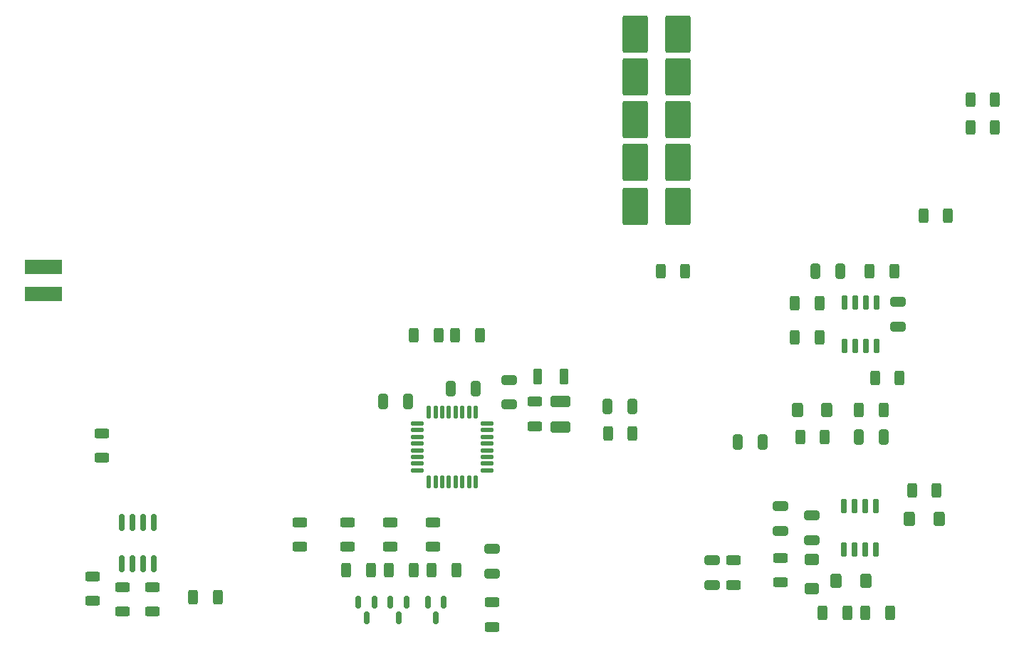
<source format=gbp>
G04 #@! TF.GenerationSoftware,KiCad,Pcbnew,7.0.2*
G04 #@! TF.CreationDate,2023-07-17T11:38:03+02:00*
G04 #@! TF.ProjectId,Module_2,4d6f6475-6c65-45f3-922e-6b696361645f,rev?*
G04 #@! TF.SameCoordinates,Original*
G04 #@! TF.FileFunction,Paste,Bot*
G04 #@! TF.FilePolarity,Positive*
%FSLAX46Y46*%
G04 Gerber Fmt 4.6, Leading zero omitted, Abs format (unit mm)*
G04 Created by KiCad (PCBNEW 7.0.2) date 2023-07-17 11:38:03*
%MOMM*%
%LPD*%
G01*
G04 APERTURE LIST*
G04 Aperture macros list*
%AMRoundRect*
0 Rectangle with rounded corners*
0 $1 Rounding radius*
0 $2 $3 $4 $5 $6 $7 $8 $9 X,Y pos of 4 corners*
0 Add a 4 corners polygon primitive as box body*
4,1,4,$2,$3,$4,$5,$6,$7,$8,$9,$2,$3,0*
0 Add four circle primitives for the rounded corners*
1,1,$1+$1,$2,$3*
1,1,$1+$1,$4,$5*
1,1,$1+$1,$6,$7*
1,1,$1+$1,$8,$9*
0 Add four rect primitives between the rounded corners*
20,1,$1+$1,$2,$3,$4,$5,0*
20,1,$1+$1,$4,$5,$6,$7,0*
20,1,$1+$1,$6,$7,$8,$9,0*
20,1,$1+$1,$8,$9,$2,$3,0*%
G04 Aperture macros list end*
%ADD10RoundRect,0.250000X-0.312500X-0.625000X0.312500X-0.625000X0.312500X0.625000X-0.312500X0.625000X0*%
%ADD11RoundRect,0.150000X-0.150000X0.587500X-0.150000X-0.587500X0.150000X-0.587500X0.150000X0.587500X0*%
%ADD12RoundRect,0.250001X-1.262499X-1.974999X1.262499X-1.974999X1.262499X1.974999X-1.262499X1.974999X0*%
%ADD13R,4.500000X1.750000*%
%ADD14RoundRect,0.250000X0.325000X0.650000X-0.325000X0.650000X-0.325000X-0.650000X0.325000X-0.650000X0*%
%ADD15RoundRect,0.250000X-0.625000X0.312500X-0.625000X-0.312500X0.625000X-0.312500X0.625000X0.312500X0*%
%ADD16RoundRect,0.250000X-0.400000X-0.600000X0.400000X-0.600000X0.400000X0.600000X-0.400000X0.600000X0*%
%ADD17RoundRect,0.250000X0.650000X-0.325000X0.650000X0.325000X-0.650000X0.325000X-0.650000X-0.325000X0*%
%ADD18RoundRect,0.250000X-0.650000X0.325000X-0.650000X-0.325000X0.650000X-0.325000X0.650000X0.325000X0*%
%ADD19RoundRect,0.250000X-0.325000X-0.650000X0.325000X-0.650000X0.325000X0.650000X-0.325000X0.650000X0*%
%ADD20RoundRect,0.250000X0.275000X0.700000X-0.275000X0.700000X-0.275000X-0.700000X0.275000X-0.700000X0*%
%ADD21RoundRect,0.250000X0.312500X0.625000X-0.312500X0.625000X-0.312500X-0.625000X0.312500X-0.625000X0*%
%ADD22RoundRect,0.250000X0.625000X-0.312500X0.625000X0.312500X-0.625000X0.312500X-0.625000X-0.312500X0*%
%ADD23RoundRect,0.125000X-0.125000X0.625000X-0.125000X-0.625000X0.125000X-0.625000X0.125000X0.625000X0*%
%ADD24RoundRect,0.125000X-0.625000X0.125000X-0.625000X-0.125000X0.625000X-0.125000X0.625000X0.125000X0*%
%ADD25RoundRect,0.150000X-0.150000X0.725000X-0.150000X-0.725000X0.150000X-0.725000X0.150000X0.725000X0*%
%ADD26RoundRect,0.250000X-0.925000X0.412500X-0.925000X-0.412500X0.925000X-0.412500X0.925000X0.412500X0*%
%ADD27RoundRect,0.150000X-0.150000X0.825000X-0.150000X-0.825000X0.150000X-0.825000X0.150000X0.825000X0*%
%ADD28RoundRect,0.250000X-0.600000X0.400000X-0.600000X-0.400000X0.600000X-0.400000X0.600000X0.400000X0*%
%ADD29RoundRect,0.250000X0.400000X0.600000X-0.400000X0.600000X-0.400000X-0.600000X0.400000X-0.600000X0*%
G04 APERTURE END LIST*
D10*
X144742500Y-130610000D03*
X147667500Y-130610000D03*
D11*
X88270000Y-129340000D03*
X90170000Y-129340000D03*
X89220000Y-131215000D03*
D12*
X117403000Y-61722000D03*
X122428000Y-61722000D03*
D13*
X46990000Y-92658000D03*
X46990000Y-89408000D03*
D14*
X146890000Y-109655000D03*
X143940000Y-109655000D03*
D10*
X150265000Y-116005000D03*
X153190000Y-116005000D03*
D15*
X53975000Y-109220000D03*
X53975000Y-112145000D03*
D10*
X93152500Y-125530000D03*
X96077500Y-125530000D03*
X120396000Y-89916000D03*
X123321000Y-89916000D03*
D16*
X141280000Y-126800000D03*
X144780000Y-126800000D03*
D15*
X52832000Y-126238000D03*
X52832000Y-129163000D03*
D17*
X148590000Y-96525000D03*
X148590000Y-93575000D03*
D18*
X126492000Y-124316500D03*
X126492000Y-127266500D03*
D19*
X138782000Y-89916000D03*
X141732000Y-89916000D03*
D16*
X149977500Y-119380000D03*
X153477500Y-119380000D03*
D11*
X92710000Y-129340000D03*
X94610000Y-129340000D03*
X93660000Y-131215000D03*
D17*
X134620000Y-120855000D03*
X134620000Y-117905000D03*
X138392500Y-121925000D03*
X138392500Y-118975000D03*
D20*
X108890000Y-102489000D03*
X105740000Y-102489000D03*
D15*
X56388000Y-127508000D03*
X56388000Y-130433000D03*
X59944000Y-127508000D03*
X59944000Y-130433000D03*
D21*
X117032500Y-109220000D03*
X114107500Y-109220000D03*
D22*
X134620000Y-126992500D03*
X134620000Y-124067500D03*
D21*
X160151000Y-72825000D03*
X157226000Y-72825000D03*
D10*
X82992500Y-125530000D03*
X85917500Y-125530000D03*
D12*
X117403000Y-71882000D03*
X122428000Y-71882000D03*
X117375500Y-66802000D03*
X122400500Y-66802000D03*
D15*
X105410000Y-105471500D03*
X105410000Y-108396500D03*
D21*
X148782500Y-102670000D03*
X145857500Y-102670000D03*
D15*
X77470000Y-119822500D03*
X77470000Y-122747500D03*
D11*
X84455000Y-129340000D03*
X86355000Y-129340000D03*
X85405000Y-131215000D03*
D10*
X64805000Y-128705000D03*
X67730000Y-128705000D03*
D22*
X100330000Y-132265000D03*
X100330000Y-129340000D03*
D23*
X92815000Y-106680000D03*
X93615000Y-106680000D03*
X94415000Y-106680000D03*
X95215000Y-106680000D03*
X96015000Y-106680000D03*
X96815000Y-106680000D03*
X97615000Y-106680000D03*
X98415000Y-106680000D03*
D24*
X99790000Y-108055000D03*
X99790000Y-108855000D03*
X99790000Y-109655000D03*
X99790000Y-110455000D03*
X99790000Y-111255000D03*
X99790000Y-112055000D03*
X99790000Y-112855000D03*
X99790000Y-113655000D03*
D23*
X98415000Y-115030000D03*
X97615000Y-115030000D03*
X96815000Y-115030000D03*
X96015000Y-115030000D03*
X95215000Y-115030000D03*
X94415000Y-115030000D03*
X93615000Y-115030000D03*
X92815000Y-115030000D03*
D24*
X91440000Y-113655000D03*
X91440000Y-112855000D03*
X91440000Y-112055000D03*
X91440000Y-111255000D03*
X91440000Y-110455000D03*
X91440000Y-109655000D03*
X91440000Y-108855000D03*
X91440000Y-108055000D03*
D21*
X139257500Y-93780000D03*
X136332500Y-93780000D03*
D22*
X88265000Y-122740000D03*
X88265000Y-119815000D03*
D10*
X145222500Y-89916000D03*
X148147500Y-89916000D03*
D12*
X117375500Y-82242000D03*
X122400500Y-82242000D03*
D25*
X142202500Y-117910000D03*
X143472500Y-117910000D03*
X144742500Y-117910000D03*
X146012500Y-117910000D03*
X146012500Y-123060000D03*
X144742500Y-123060000D03*
X143472500Y-123060000D03*
X142202500Y-123060000D03*
D14*
X132490000Y-110236000D03*
X129540000Y-110236000D03*
D26*
X108458000Y-105456000D03*
X108458000Y-108531000D03*
D21*
X146877500Y-106480000D03*
X143952500Y-106480000D03*
X93980000Y-97590000D03*
X91055000Y-97590000D03*
D10*
X95942500Y-97590000D03*
X98867500Y-97590000D03*
D21*
X139892500Y-109655000D03*
X136967500Y-109655000D03*
D27*
X56300000Y-119815000D03*
X57570000Y-119815000D03*
X58840000Y-119815000D03*
X60110000Y-119815000D03*
X60110000Y-124765000D03*
X58840000Y-124765000D03*
X57570000Y-124765000D03*
X56300000Y-124765000D03*
D25*
X142240000Y-93710000D03*
X143510000Y-93710000D03*
X144780000Y-93710000D03*
X146050000Y-93710000D03*
X146050000Y-98860000D03*
X144780000Y-98860000D03*
X143510000Y-98860000D03*
X142240000Y-98860000D03*
D10*
X88072500Y-125530000D03*
X90997500Y-125530000D03*
D17*
X102362000Y-105820000D03*
X102362000Y-102870000D03*
D12*
X117375500Y-76962000D03*
X122400500Y-76962000D03*
D28*
X138392500Y-124260000D03*
X138392500Y-127760000D03*
D29*
X140180000Y-106480000D03*
X136680000Y-106480000D03*
D19*
X114095000Y-106045000D03*
X117045000Y-106045000D03*
D22*
X129032000Y-127254000D03*
X129032000Y-124329000D03*
X93345000Y-122740000D03*
X93345000Y-119815000D03*
D10*
X157226000Y-69535000D03*
X160151000Y-69535000D03*
D21*
X139257500Y-97790000D03*
X136332500Y-97790000D03*
X154563000Y-83312000D03*
X151638000Y-83312000D03*
D18*
X100330000Y-122990000D03*
X100330000Y-125940000D03*
D21*
X142587500Y-130610000D03*
X139662500Y-130610000D03*
D19*
X95475000Y-103940000D03*
X98425000Y-103940000D03*
D22*
X83185000Y-122740000D03*
X83185000Y-119815000D03*
D19*
X87376000Y-105410000D03*
X90326000Y-105410000D03*
M02*

</source>
